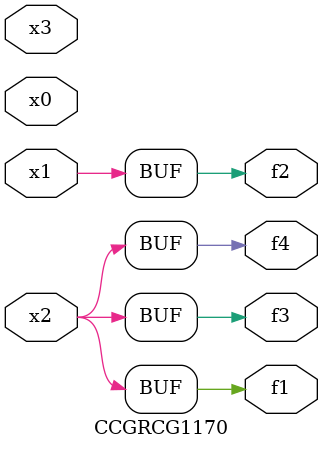
<source format=v>
module CCGRCG1170(
	input x0, x1, x2, x3,
	output f1, f2, f3, f4
);
	assign f1 = x2;
	assign f2 = x1;
	assign f3 = x2;
	assign f4 = x2;
endmodule

</source>
